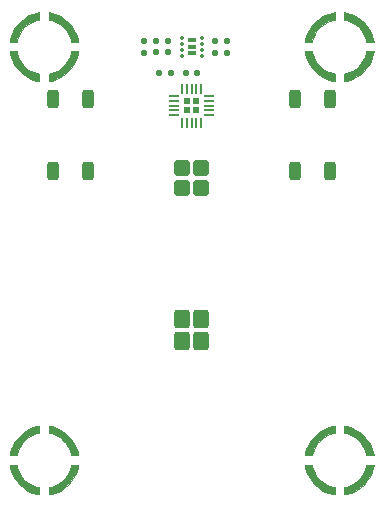
<source format=gbp>
%TF.GenerationSoftware,KiCad,Pcbnew,(6.0.4-0)*%
%TF.CreationDate,2022-05-06T03:23:39+03:00*%
%TF.ProjectId,Flux_Capacitor_Mini,466c7578-5f43-4617-9061-6369746f725f,4*%
%TF.SameCoordinates,PX55d4a80PY7270e00*%
%TF.FileFunction,Paste,Bot*%
%TF.FilePolarity,Positive*%
%FSLAX46Y46*%
G04 Gerber Fmt 4.6, Leading zero omitted, Abs format (unit mm)*
G04 Created by KiCad (PCBNEW (6.0.4-0)) date 2022-05-06 03:23:39*
%MOMM*%
%LPD*%
G01*
G04 APERTURE LIST*
G04 Aperture macros list*
%AMRoundRect*
0 Rectangle with rounded corners*
0 $1 Rounding radius*
0 $2 $3 $4 $5 $6 $7 $8 $9 X,Y pos of 4 corners*
0 Add a 4 corners polygon primitive as box body*
4,1,4,$2,$3,$4,$5,$6,$7,$8,$9,$2,$3,0*
0 Add four circle primitives for the rounded corners*
1,1,$1+$1,$2,$3*
1,1,$1+$1,$4,$5*
1,1,$1+$1,$6,$7*
1,1,$1+$1,$8,$9*
0 Add four rect primitives between the rounded corners*
20,1,$1+$1,$2,$3,$4,$5,0*
20,1,$1+$1,$4,$5,$6,$7,0*
20,1,$1+$1,$6,$7,$8,$9,0*
20,1,$1+$1,$8,$9,$2,$3,0*%
G04 Aperture macros list end*
%ADD10C,0.100000*%
%ADD11RoundRect,0.082500X-0.192500X0.192500X-0.192500X-0.192500X0.192500X-0.192500X0.192500X0.192500X0*%
%ADD12RoundRect,0.050000X-0.050000X0.350000X-0.050000X-0.350000X0.050000X-0.350000X0.050000X0.350000X0*%
%ADD13RoundRect,0.050000X-0.350000X0.050000X-0.350000X-0.050000X0.350000X-0.050000X0.350000X0.050000X0*%
%ADD14RoundRect,0.350000X0.350000X0.450000X-0.350000X0.450000X-0.350000X-0.450000X0.350000X-0.450000X0*%
%ADD15RoundRect,0.350000X0.350000X0.350000X-0.350000X0.350000X-0.350000X-0.350000X0.350000X-0.350000X0*%
%ADD16RoundRect,0.112500X0.137500X-0.112500X0.137500X0.112500X-0.137500X0.112500X-0.137500X-0.112500X0*%
%ADD17RoundRect,0.112500X0.112500X0.137500X-0.112500X0.137500X-0.112500X-0.137500X0.112500X-0.137500X0*%
%ADD18RoundRect,0.060000X-0.310000X-0.140000X0.310000X-0.140000X0.310000X0.140000X-0.310000X0.140000X0*%
%ADD19RoundRect,0.037500X-0.087500X-0.087500X0.087500X-0.087500X0.087500X0.087500X-0.087500X0.087500X0*%
%ADD20RoundRect,0.200000X0.300000X-0.550000X0.300000X0.550000X-0.300000X0.550000X-0.300000X-0.550000X0*%
%ADD21RoundRect,0.200000X-0.300000X0.550000X-0.300000X-0.550000X0.300000X-0.550000X0.300000X0.550000X0*%
G04 APERTURE END LIST*
G36*
X103729921Y4443692D02*
G01*
X103826538Y4140466D01*
X103963451Y3853175D01*
X104138123Y3587148D01*
X104347315Y3347315D01*
X104587148Y3138123D01*
X104853175Y2963451D01*
X105140466Y2826538D01*
X105443692Y2729921D01*
X105600000Y2700000D01*
X105600000Y2100000D01*
X105429368Y2126072D01*
X105095338Y2213126D01*
X104773864Y2338859D01*
X104469407Y2501528D01*
X104186194Y2698873D01*
X103928156Y2928156D01*
X103698873Y3186194D01*
X103501528Y3469407D01*
X103338859Y3773864D01*
X103213126Y4095338D01*
X103126072Y4429368D01*
X103100000Y4600000D01*
X103700000Y4600000D01*
X103729921Y4443692D01*
G37*
D10*
X103729921Y4443692D02*
X103826538Y4140466D01*
X103963451Y3853175D01*
X104138123Y3587148D01*
X104347315Y3347315D01*
X104587148Y3138123D01*
X104853175Y2963451D01*
X105140466Y2826538D01*
X105443692Y2729921D01*
X105600000Y2700000D01*
X105600000Y2100000D01*
X105429368Y2126072D01*
X105095338Y2213126D01*
X104773864Y2338859D01*
X104469407Y2501528D01*
X104186194Y2698873D01*
X103928156Y2928156D01*
X103698873Y3186194D01*
X103501528Y3469407D01*
X103338859Y3773864D01*
X103213126Y4095338D01*
X103126072Y4429368D01*
X103100000Y4600000D01*
X103700000Y4600000D01*
X103729921Y4443692D01*
G36*
X105600000Y7300000D02*
G01*
X105443692Y7270079D01*
X105140466Y7173462D01*
X104853175Y7036549D01*
X104587148Y6861877D01*
X104347315Y6652685D01*
X104138123Y6412852D01*
X103963451Y6146825D01*
X103826538Y5859534D01*
X103729921Y5556308D01*
X103700000Y5400000D01*
X103100000Y5400000D01*
X103126072Y5570632D01*
X103213126Y5904662D01*
X103338859Y6226136D01*
X103501528Y6530593D01*
X103698873Y6813806D01*
X103928156Y7071844D01*
X104186194Y7301127D01*
X104469407Y7498472D01*
X104773864Y7661141D01*
X105095338Y7786874D01*
X105429368Y7873928D01*
X105600000Y7900000D01*
X105600000Y7300000D01*
G37*
X105600000Y7300000D02*
X105443692Y7270079D01*
X105140466Y7173462D01*
X104853175Y7036549D01*
X104587148Y6861877D01*
X104347315Y6652685D01*
X104138123Y6412852D01*
X103963451Y6146825D01*
X103826538Y5859534D01*
X103729921Y5556308D01*
X103700000Y5400000D01*
X103100000Y5400000D01*
X103126072Y5570632D01*
X103213126Y5904662D01*
X103338859Y6226136D01*
X103501528Y6530593D01*
X103698873Y6813806D01*
X103928156Y7071844D01*
X104186194Y7301127D01*
X104469407Y7498472D01*
X104773864Y7661141D01*
X105095338Y7786874D01*
X105429368Y7873928D01*
X105600000Y7900000D01*
X105600000Y7300000D01*
G36*
X106570632Y7873928D02*
G01*
X106904662Y7786874D01*
X107226137Y7661141D01*
X107530593Y7498473D01*
X107813806Y7301128D01*
X108071845Y7071845D01*
X108301128Y6813806D01*
X108498473Y6530593D01*
X108661141Y6226137D01*
X108786874Y5904662D01*
X108873928Y5570632D01*
X108900000Y5400000D01*
X108300000Y5400000D01*
X108270079Y5556308D01*
X108173462Y5859534D01*
X108036549Y6146825D01*
X107861877Y6412852D01*
X107652685Y6652685D01*
X107412852Y6861877D01*
X107146825Y7036549D01*
X106859534Y7173462D01*
X106556308Y7270079D01*
X106400000Y7300000D01*
X106400000Y7900000D01*
X106570632Y7873928D01*
G37*
X106570632Y7873928D02*
X106904662Y7786874D01*
X107226137Y7661141D01*
X107530593Y7498473D01*
X107813806Y7301128D01*
X108071845Y7071845D01*
X108301128Y6813806D01*
X108498473Y6530593D01*
X108661141Y6226137D01*
X108786874Y5904662D01*
X108873928Y5570632D01*
X108900000Y5400000D01*
X108300000Y5400000D01*
X108270079Y5556308D01*
X108173462Y5859534D01*
X108036549Y6146825D01*
X107861877Y6412852D01*
X107652685Y6652685D01*
X107412852Y6861877D01*
X107146825Y7036549D01*
X106859534Y7173462D01*
X106556308Y7270079D01*
X106400000Y7300000D01*
X106400000Y7900000D01*
X106570632Y7873928D01*
G36*
X108873928Y4429368D02*
G01*
X108786874Y4095338D01*
X108661141Y3773863D01*
X108498473Y3469407D01*
X108301128Y3186194D01*
X108071845Y2928155D01*
X107813806Y2698872D01*
X107530593Y2501527D01*
X107226137Y2338859D01*
X106904662Y2213126D01*
X106570632Y2126072D01*
X106400000Y2100000D01*
X106400000Y2700000D01*
X106556308Y2729921D01*
X106859534Y2826538D01*
X107146825Y2963451D01*
X107412852Y3138123D01*
X107652685Y3347315D01*
X107861877Y3587148D01*
X108036549Y3853175D01*
X108173462Y4140466D01*
X108270079Y4443692D01*
X108300000Y4600000D01*
X108900000Y4600000D01*
X108873928Y4429368D01*
G37*
X108873928Y4429368D02*
X108786874Y4095338D01*
X108661141Y3773863D01*
X108498473Y3469407D01*
X108301128Y3186194D01*
X108071845Y2928155D01*
X107813806Y2698872D01*
X107530593Y2501527D01*
X107226137Y2338859D01*
X106904662Y2213126D01*
X106570632Y2126072D01*
X106400000Y2100000D01*
X106400000Y2700000D01*
X106556308Y2729921D01*
X106859534Y2826538D01*
X107146825Y2963451D01*
X107412852Y3138123D01*
X107652685Y3347315D01*
X107861877Y3587148D01*
X108036549Y3853175D01*
X108173462Y4140466D01*
X108270079Y4443692D01*
X108300000Y4600000D01*
X108900000Y4600000D01*
X108873928Y4429368D01*
G36*
X80600000Y42300000D02*
G01*
X80443692Y42270079D01*
X80140466Y42173462D01*
X79853175Y42036549D01*
X79587148Y41861877D01*
X79347315Y41652685D01*
X79138123Y41412852D01*
X78963451Y41146825D01*
X78826538Y40859534D01*
X78729921Y40556308D01*
X78700000Y40400000D01*
X78100000Y40400000D01*
X78126072Y40570632D01*
X78213126Y40904662D01*
X78338859Y41226136D01*
X78501528Y41530593D01*
X78698873Y41813806D01*
X78928156Y42071844D01*
X79186194Y42301127D01*
X79469407Y42498472D01*
X79773864Y42661141D01*
X80095338Y42786874D01*
X80429368Y42873928D01*
X80600000Y42900000D01*
X80600000Y42300000D01*
G37*
X80600000Y42300000D02*
X80443692Y42270079D01*
X80140466Y42173462D01*
X79853175Y42036549D01*
X79587148Y41861877D01*
X79347315Y41652685D01*
X79138123Y41412852D01*
X78963451Y41146825D01*
X78826538Y40859534D01*
X78729921Y40556308D01*
X78700000Y40400000D01*
X78100000Y40400000D01*
X78126072Y40570632D01*
X78213126Y40904662D01*
X78338859Y41226136D01*
X78501528Y41530593D01*
X78698873Y41813806D01*
X78928156Y42071844D01*
X79186194Y42301127D01*
X79469407Y42498472D01*
X79773864Y42661141D01*
X80095338Y42786874D01*
X80429368Y42873928D01*
X80600000Y42900000D01*
X80600000Y42300000D01*
G36*
X83873928Y39429368D02*
G01*
X83786874Y39095338D01*
X83661141Y38773863D01*
X83498473Y38469407D01*
X83301128Y38186194D01*
X83071845Y37928155D01*
X82813806Y37698872D01*
X82530593Y37501527D01*
X82226137Y37338859D01*
X81904662Y37213126D01*
X81570632Y37126072D01*
X81400000Y37100000D01*
X81400000Y37700000D01*
X81556308Y37729921D01*
X81859534Y37826538D01*
X82146825Y37963451D01*
X82412852Y38138123D01*
X82652685Y38347315D01*
X82861877Y38587148D01*
X83036549Y38853175D01*
X83173462Y39140466D01*
X83270079Y39443692D01*
X83300000Y39600000D01*
X83900000Y39600000D01*
X83873928Y39429368D01*
G37*
X83873928Y39429368D02*
X83786874Y39095338D01*
X83661141Y38773863D01*
X83498473Y38469407D01*
X83301128Y38186194D01*
X83071845Y37928155D01*
X82813806Y37698872D01*
X82530593Y37501527D01*
X82226137Y37338859D01*
X81904662Y37213126D01*
X81570632Y37126072D01*
X81400000Y37100000D01*
X81400000Y37700000D01*
X81556308Y37729921D01*
X81859534Y37826538D01*
X82146825Y37963451D01*
X82412852Y38138123D01*
X82652685Y38347315D01*
X82861877Y38587148D01*
X83036549Y38853175D01*
X83173462Y39140466D01*
X83270079Y39443692D01*
X83300000Y39600000D01*
X83900000Y39600000D01*
X83873928Y39429368D01*
G36*
X81570632Y42873928D02*
G01*
X81904662Y42786874D01*
X82226137Y42661141D01*
X82530593Y42498473D01*
X82813806Y42301128D01*
X83071845Y42071845D01*
X83301128Y41813806D01*
X83498473Y41530593D01*
X83661141Y41226137D01*
X83786874Y40904662D01*
X83873928Y40570632D01*
X83900000Y40400000D01*
X83300000Y40400000D01*
X83270079Y40556308D01*
X83173462Y40859534D01*
X83036549Y41146825D01*
X82861877Y41412852D01*
X82652685Y41652685D01*
X82412852Y41861877D01*
X82146825Y42036549D01*
X81859534Y42173462D01*
X81556308Y42270079D01*
X81400000Y42300000D01*
X81400000Y42900000D01*
X81570632Y42873928D01*
G37*
X81570632Y42873928D02*
X81904662Y42786874D01*
X82226137Y42661141D01*
X82530593Y42498473D01*
X82813806Y42301128D01*
X83071845Y42071845D01*
X83301128Y41813806D01*
X83498473Y41530593D01*
X83661141Y41226137D01*
X83786874Y40904662D01*
X83873928Y40570632D01*
X83900000Y40400000D01*
X83300000Y40400000D01*
X83270079Y40556308D01*
X83173462Y40859534D01*
X83036549Y41146825D01*
X82861877Y41412852D01*
X82652685Y41652685D01*
X82412852Y41861877D01*
X82146825Y42036549D01*
X81859534Y42173462D01*
X81556308Y42270079D01*
X81400000Y42300000D01*
X81400000Y42900000D01*
X81570632Y42873928D01*
G36*
X78729921Y39443692D02*
G01*
X78826538Y39140466D01*
X78963451Y38853175D01*
X79138123Y38587148D01*
X79347315Y38347315D01*
X79587148Y38138123D01*
X79853175Y37963451D01*
X80140466Y37826538D01*
X80443692Y37729921D01*
X80600000Y37700000D01*
X80600000Y37100000D01*
X80429368Y37126072D01*
X80095338Y37213126D01*
X79773864Y37338859D01*
X79469407Y37501528D01*
X79186194Y37698873D01*
X78928156Y37928156D01*
X78698873Y38186194D01*
X78501528Y38469407D01*
X78338859Y38773864D01*
X78213126Y39095338D01*
X78126072Y39429368D01*
X78100000Y39600000D01*
X78700000Y39600000D01*
X78729921Y39443692D01*
G37*
X78729921Y39443692D02*
X78826538Y39140466D01*
X78963451Y38853175D01*
X79138123Y38587148D01*
X79347315Y38347315D01*
X79587148Y38138123D01*
X79853175Y37963451D01*
X80140466Y37826538D01*
X80443692Y37729921D01*
X80600000Y37700000D01*
X80600000Y37100000D01*
X80429368Y37126072D01*
X80095338Y37213126D01*
X79773864Y37338859D01*
X79469407Y37501528D01*
X79186194Y37698873D01*
X78928156Y37928156D01*
X78698873Y38186194D01*
X78501528Y38469407D01*
X78338859Y38773864D01*
X78213126Y39095338D01*
X78126072Y39429368D01*
X78100000Y39600000D01*
X78700000Y39600000D01*
X78729921Y39443692D01*
G36*
X105600000Y42300000D02*
G01*
X105443692Y42270079D01*
X105140466Y42173462D01*
X104853175Y42036549D01*
X104587148Y41861877D01*
X104347315Y41652685D01*
X104138123Y41412852D01*
X103963451Y41146825D01*
X103826538Y40859534D01*
X103729921Y40556308D01*
X103700000Y40400000D01*
X103100000Y40400000D01*
X103126072Y40570632D01*
X103213126Y40904662D01*
X103338859Y41226136D01*
X103501528Y41530593D01*
X103698873Y41813806D01*
X103928156Y42071844D01*
X104186194Y42301127D01*
X104469407Y42498472D01*
X104773864Y42661141D01*
X105095338Y42786874D01*
X105429368Y42873928D01*
X105600000Y42900000D01*
X105600000Y42300000D01*
G37*
X105600000Y42300000D02*
X105443692Y42270079D01*
X105140466Y42173462D01*
X104853175Y42036549D01*
X104587148Y41861877D01*
X104347315Y41652685D01*
X104138123Y41412852D01*
X103963451Y41146825D01*
X103826538Y40859534D01*
X103729921Y40556308D01*
X103700000Y40400000D01*
X103100000Y40400000D01*
X103126072Y40570632D01*
X103213126Y40904662D01*
X103338859Y41226136D01*
X103501528Y41530593D01*
X103698873Y41813806D01*
X103928156Y42071844D01*
X104186194Y42301127D01*
X104469407Y42498472D01*
X104773864Y42661141D01*
X105095338Y42786874D01*
X105429368Y42873928D01*
X105600000Y42900000D01*
X105600000Y42300000D01*
G36*
X106570632Y42873928D02*
G01*
X106904662Y42786874D01*
X107226137Y42661141D01*
X107530593Y42498473D01*
X107813806Y42301128D01*
X108071845Y42071845D01*
X108301128Y41813806D01*
X108498473Y41530593D01*
X108661141Y41226137D01*
X108786874Y40904662D01*
X108873928Y40570632D01*
X108900000Y40400000D01*
X108300000Y40400000D01*
X108270079Y40556308D01*
X108173462Y40859534D01*
X108036549Y41146825D01*
X107861877Y41412852D01*
X107652685Y41652685D01*
X107412852Y41861877D01*
X107146825Y42036549D01*
X106859534Y42173462D01*
X106556308Y42270079D01*
X106400000Y42300000D01*
X106400000Y42900000D01*
X106570632Y42873928D01*
G37*
X106570632Y42873928D02*
X106904662Y42786874D01*
X107226137Y42661141D01*
X107530593Y42498473D01*
X107813806Y42301128D01*
X108071845Y42071845D01*
X108301128Y41813806D01*
X108498473Y41530593D01*
X108661141Y41226137D01*
X108786874Y40904662D01*
X108873928Y40570632D01*
X108900000Y40400000D01*
X108300000Y40400000D01*
X108270079Y40556308D01*
X108173462Y40859534D01*
X108036549Y41146825D01*
X107861877Y41412852D01*
X107652685Y41652685D01*
X107412852Y41861877D01*
X107146825Y42036549D01*
X106859534Y42173462D01*
X106556308Y42270079D01*
X106400000Y42300000D01*
X106400000Y42900000D01*
X106570632Y42873928D01*
G36*
X103729921Y39443692D02*
G01*
X103826538Y39140466D01*
X103963451Y38853175D01*
X104138123Y38587148D01*
X104347315Y38347315D01*
X104587148Y38138123D01*
X104853175Y37963451D01*
X105140466Y37826538D01*
X105443692Y37729921D01*
X105600000Y37700000D01*
X105600000Y37100000D01*
X105429368Y37126072D01*
X105095338Y37213126D01*
X104773864Y37338859D01*
X104469407Y37501528D01*
X104186194Y37698873D01*
X103928156Y37928156D01*
X103698873Y38186194D01*
X103501528Y38469407D01*
X103338859Y38773864D01*
X103213126Y39095338D01*
X103126072Y39429368D01*
X103100000Y39600000D01*
X103700000Y39600000D01*
X103729921Y39443692D01*
G37*
X103729921Y39443692D02*
X103826538Y39140466D01*
X103963451Y38853175D01*
X104138123Y38587148D01*
X104347315Y38347315D01*
X104587148Y38138123D01*
X104853175Y37963451D01*
X105140466Y37826538D01*
X105443692Y37729921D01*
X105600000Y37700000D01*
X105600000Y37100000D01*
X105429368Y37126072D01*
X105095338Y37213126D01*
X104773864Y37338859D01*
X104469407Y37501528D01*
X104186194Y37698873D01*
X103928156Y37928156D01*
X103698873Y38186194D01*
X103501528Y38469407D01*
X103338859Y38773864D01*
X103213126Y39095338D01*
X103126072Y39429368D01*
X103100000Y39600000D01*
X103700000Y39600000D01*
X103729921Y39443692D01*
G36*
X108873928Y39429368D02*
G01*
X108786874Y39095338D01*
X108661141Y38773863D01*
X108498473Y38469407D01*
X108301128Y38186194D01*
X108071845Y37928155D01*
X107813806Y37698872D01*
X107530593Y37501527D01*
X107226137Y37338859D01*
X106904662Y37213126D01*
X106570632Y37126072D01*
X106400000Y37100000D01*
X106400000Y37700000D01*
X106556308Y37729921D01*
X106859534Y37826538D01*
X107146825Y37963451D01*
X107412852Y38138123D01*
X107652685Y38347315D01*
X107861877Y38587148D01*
X108036549Y38853175D01*
X108173462Y39140466D01*
X108270079Y39443692D01*
X108300000Y39600000D01*
X108900000Y39600000D01*
X108873928Y39429368D01*
G37*
X108873928Y39429368D02*
X108786874Y39095338D01*
X108661141Y38773863D01*
X108498473Y38469407D01*
X108301128Y38186194D01*
X108071845Y37928155D01*
X107813806Y37698872D01*
X107530593Y37501527D01*
X107226137Y37338859D01*
X106904662Y37213126D01*
X106570632Y37126072D01*
X106400000Y37100000D01*
X106400000Y37700000D01*
X106556308Y37729921D01*
X106859534Y37826538D01*
X107146825Y37963451D01*
X107412852Y38138123D01*
X107652685Y38347315D01*
X107861877Y38587148D01*
X108036549Y38853175D01*
X108173462Y39140466D01*
X108270079Y39443692D01*
X108300000Y39600000D01*
X108900000Y39600000D01*
X108873928Y39429368D01*
G36*
X78729921Y4443692D02*
G01*
X78826538Y4140466D01*
X78963451Y3853175D01*
X79138123Y3587148D01*
X79347315Y3347315D01*
X79587148Y3138123D01*
X79853175Y2963451D01*
X80140466Y2826538D01*
X80443692Y2729921D01*
X80600000Y2700000D01*
X80600000Y2100000D01*
X80429368Y2126072D01*
X80095338Y2213126D01*
X79773864Y2338859D01*
X79469407Y2501528D01*
X79186194Y2698873D01*
X78928156Y2928156D01*
X78698873Y3186194D01*
X78501528Y3469407D01*
X78338859Y3773864D01*
X78213126Y4095338D01*
X78126072Y4429368D01*
X78100000Y4600000D01*
X78700000Y4600000D01*
X78729921Y4443692D01*
G37*
X78729921Y4443692D02*
X78826538Y4140466D01*
X78963451Y3853175D01*
X79138123Y3587148D01*
X79347315Y3347315D01*
X79587148Y3138123D01*
X79853175Y2963451D01*
X80140466Y2826538D01*
X80443692Y2729921D01*
X80600000Y2700000D01*
X80600000Y2100000D01*
X80429368Y2126072D01*
X80095338Y2213126D01*
X79773864Y2338859D01*
X79469407Y2501528D01*
X79186194Y2698873D01*
X78928156Y2928156D01*
X78698873Y3186194D01*
X78501528Y3469407D01*
X78338859Y3773864D01*
X78213126Y4095338D01*
X78126072Y4429368D01*
X78100000Y4600000D01*
X78700000Y4600000D01*
X78729921Y4443692D01*
G36*
X80600000Y7300000D02*
G01*
X80443692Y7270079D01*
X80140466Y7173462D01*
X79853175Y7036549D01*
X79587148Y6861877D01*
X79347315Y6652685D01*
X79138123Y6412852D01*
X78963451Y6146825D01*
X78826538Y5859534D01*
X78729921Y5556308D01*
X78700000Y5400000D01*
X78100000Y5400000D01*
X78126072Y5570632D01*
X78213126Y5904662D01*
X78338859Y6226136D01*
X78501528Y6530593D01*
X78698873Y6813806D01*
X78928156Y7071844D01*
X79186194Y7301127D01*
X79469407Y7498472D01*
X79773864Y7661141D01*
X80095338Y7786874D01*
X80429368Y7873928D01*
X80600000Y7900000D01*
X80600000Y7300000D01*
G37*
X80600000Y7300000D02*
X80443692Y7270079D01*
X80140466Y7173462D01*
X79853175Y7036549D01*
X79587148Y6861877D01*
X79347315Y6652685D01*
X79138123Y6412852D01*
X78963451Y6146825D01*
X78826538Y5859534D01*
X78729921Y5556308D01*
X78700000Y5400000D01*
X78100000Y5400000D01*
X78126072Y5570632D01*
X78213126Y5904662D01*
X78338859Y6226136D01*
X78501528Y6530593D01*
X78698873Y6813806D01*
X78928156Y7071844D01*
X79186194Y7301127D01*
X79469407Y7498472D01*
X79773864Y7661141D01*
X80095338Y7786874D01*
X80429368Y7873928D01*
X80600000Y7900000D01*
X80600000Y7300000D01*
G36*
X81570632Y7873928D02*
G01*
X81904662Y7786874D01*
X82226137Y7661141D01*
X82530593Y7498473D01*
X82813806Y7301128D01*
X83071845Y7071845D01*
X83301128Y6813806D01*
X83498473Y6530593D01*
X83661141Y6226137D01*
X83786874Y5904662D01*
X83873928Y5570632D01*
X83900000Y5400000D01*
X83300000Y5400000D01*
X83270079Y5556308D01*
X83173462Y5859534D01*
X83036549Y6146825D01*
X82861877Y6412852D01*
X82652685Y6652685D01*
X82412852Y6861877D01*
X82146825Y7036549D01*
X81859534Y7173462D01*
X81556308Y7270079D01*
X81400000Y7300000D01*
X81400000Y7900000D01*
X81570632Y7873928D01*
G37*
X81570632Y7873928D02*
X81904662Y7786874D01*
X82226137Y7661141D01*
X82530593Y7498473D01*
X82813806Y7301128D01*
X83071845Y7071845D01*
X83301128Y6813806D01*
X83498473Y6530593D01*
X83661141Y6226137D01*
X83786874Y5904662D01*
X83873928Y5570632D01*
X83900000Y5400000D01*
X83300000Y5400000D01*
X83270079Y5556308D01*
X83173462Y5859534D01*
X83036549Y6146825D01*
X82861877Y6412852D01*
X82652685Y6652685D01*
X82412852Y6861877D01*
X82146825Y7036549D01*
X81859534Y7173462D01*
X81556308Y7270079D01*
X81400000Y7300000D01*
X81400000Y7900000D01*
X81570632Y7873928D01*
G36*
X83873928Y4429368D02*
G01*
X83786874Y4095338D01*
X83661141Y3773863D01*
X83498473Y3469407D01*
X83301128Y3186194D01*
X83071845Y2928155D01*
X82813806Y2698872D01*
X82530593Y2501527D01*
X82226137Y2338859D01*
X81904662Y2213126D01*
X81570632Y2126072D01*
X81400000Y2100000D01*
X81400000Y2700000D01*
X81556308Y2729921D01*
X81859534Y2826538D01*
X82146825Y2963451D01*
X82412852Y3138123D01*
X82652685Y3347315D01*
X82861877Y3587148D01*
X83036549Y3853175D01*
X83173462Y4140466D01*
X83270079Y4443692D01*
X83300000Y4600000D01*
X83900000Y4600000D01*
X83873928Y4429368D01*
G37*
X83873928Y4429368D02*
X83786874Y4095338D01*
X83661141Y3773863D01*
X83498473Y3469407D01*
X83301128Y3186194D01*
X83071845Y2928155D01*
X82813806Y2698872D01*
X82530593Y2501527D01*
X82226137Y2338859D01*
X81904662Y2213126D01*
X81570632Y2126072D01*
X81400000Y2100000D01*
X81400000Y2700000D01*
X81556308Y2729921D01*
X81859534Y2826538D01*
X82146825Y2963451D01*
X82412852Y3138123D01*
X82652685Y3347315D01*
X82861877Y3587148D01*
X83036549Y3853175D01*
X83173462Y4140466D01*
X83270079Y4443692D01*
X83300000Y4600000D01*
X83900000Y4600000D01*
X83873928Y4429368D01*
D11*
X93100000Y35400000D03*
X93900000Y34600000D03*
X93100000Y34600000D03*
X93900000Y35400000D03*
D12*
X92700000Y36450000D03*
X93100000Y36450000D03*
X93500000Y36450000D03*
X93900000Y36450000D03*
X94300000Y36450000D03*
D13*
X94950000Y35800000D03*
X94950000Y35400000D03*
X94950000Y35000000D03*
X94950000Y34600000D03*
X94950000Y34200000D03*
D12*
X94300000Y33550000D03*
X93900000Y33550000D03*
X93500000Y33550000D03*
X93100000Y33550000D03*
X92700000Y33550000D03*
D13*
X92050000Y34200000D03*
X92050000Y34600000D03*
X92050000Y35000000D03*
X92050000Y35400000D03*
X92050000Y35800000D03*
D14*
X92675000Y15050000D03*
D15*
X94325000Y28075000D03*
D14*
X94325000Y16950000D03*
D15*
X92675000Y29725000D03*
D14*
X94325000Y15050000D03*
D15*
X92675000Y28075000D03*
D14*
X92675000Y16950000D03*
D15*
X94325000Y29725000D03*
D16*
X91500000Y39525000D03*
X91500000Y40475000D03*
X89500000Y39490000D03*
X89500000Y40510000D03*
D17*
X91760000Y37750000D03*
X90740000Y37750000D03*
D18*
X93500000Y40000000D03*
X93500000Y39450000D03*
X93500000Y40550000D03*
D19*
X92650000Y39250000D03*
X92650000Y39750000D03*
X92650000Y40250000D03*
X92650000Y40750000D03*
X94350000Y40750000D03*
X94350000Y40250000D03*
X94350000Y39750000D03*
X94350000Y39250000D03*
D16*
X96500000Y40510000D03*
X96500000Y39490000D03*
X90500000Y40475000D03*
X90500000Y39525000D03*
D17*
X93025000Y37750000D03*
X93975000Y37750000D03*
D20*
X102250000Y29450000D03*
X105250000Y29450000D03*
X105250000Y35550000D03*
X102250000Y35550000D03*
D16*
X95500000Y40510000D03*
X95500000Y39490000D03*
D21*
X84750000Y29450000D03*
X81750000Y29450000D03*
X81750000Y35550000D03*
X84750000Y35550000D03*
M02*

</source>
